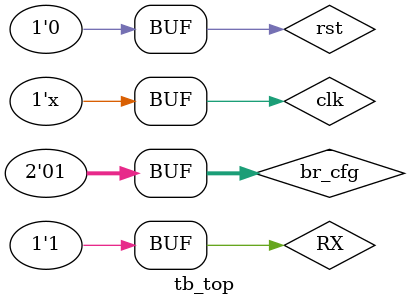
<source format=v>
`timescale 1ns/1ps

module tb_top;
reg clk, rst, RX;
reg [1:0] br_cfg;
wire txd;

top_level U0 (
.clk  (clk),
.rst  (rst),
.txd (txd),
.rxd (RX),
.br_cfg (br_cfg)
);



initial
begin
clk = 0;
rst = 1;
RX = 1;
br_cfg = 2'b01;

#40 rst = 0;

#6500;
RX = 0;		


#104310;
RX = 1;		

#104310;
RX = 0;		

#104310;
RX = 1;

#104310;
RX = 0;

#104310;
RX = 1;

#104310;
RX = 0;		

#104310;
RX = 1;		

#104310;
RX = 0;
	
#104310;
RX = 1;	


// Next Read command
#6500000;
RX = 0;		


#104310;
RX = 0;		

#104310;
RX = 1;		

#104310;
RX = 0;

#104310;
RX = 1;

#104310;
RX = 0;

#104310;
RX = 1;		

#104310;
RX = 0;		

#104310;
RX = 1;
	
#104310;
RX = 1;	

// Next Read command
#6500000;
RX = 0;		


#104310;
RX = 1;		

#104310;
RX = 1;		

#104310;
RX = 1;

#104310;
RX = 0;

#104310;
RX = 0;

#104310;
RX = 0;		

#104310;
RX = 1;		

#104310;
RX = 1;
	
#104310;
RX = 1;	

// Next Read command
#6500000;
RX = 0;		


#104310;
RX = 0;		

#104310;
RX = 0;		

#104310;
RX = 0;

#104310;
RX = 1;

#104310;
RX = 0;

#104310;
RX = 1;		

#104310;
RX = 0;		

#104310;
RX = 0;
	
#104310;
RX = 1;	

end

always 
#5 clk = ~clk;

endmodule

</source>
